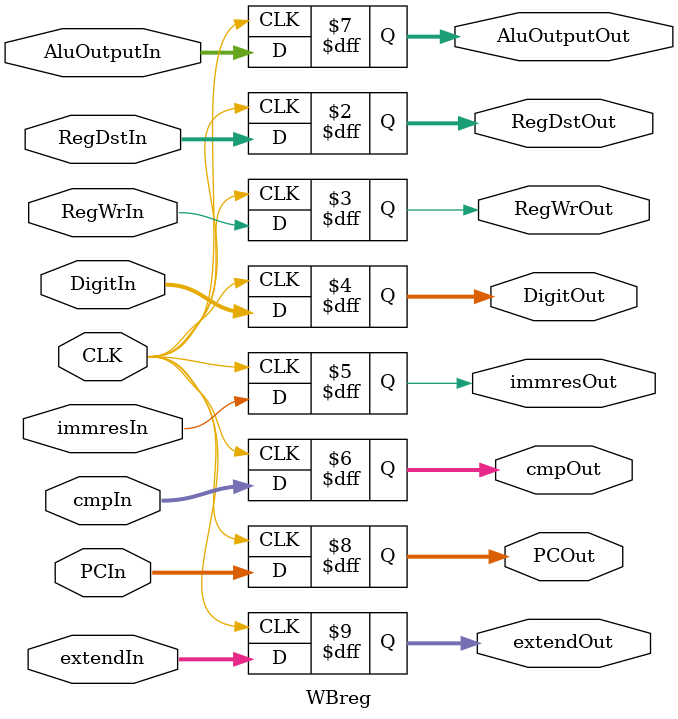
<source format=v>
`timescale 1ns / 1ps
module WBreg(
        input CLK,            //时钟脉冲
        input [1:0] RegDstIn, //Rd输入数据来源
        input  RegWrIn,       //Rd写使能信号
        input [1:0] DigitIn,  //读写位数
        input  immresIn,      //rd是否选择imm直接作为数据
        input [1:0] cmpIn,
        input [31:0] AluOutputIn,
        input [31:0] PCIn,
        input [31:0] extendIn,

        output reg[1:0] RegDstOut, //Rd输入数据来源
        output reg RegWrOut,       //Rd写使能信号
        output reg[1:0] DigitOut,  //读写位数
        output reg immresOut,      //rd是否选择imm直接作为数据
        output reg [1:0] cmpOut,
        output reg [31:0] AluOutputOut,
        output reg [31:0] PCOut,
        output reg [31:0] extendOut
    );

    always @(negedge CLK) begin
        RegDstOut <= RegDstIn;
        RegWrOut <= RegWrIn;
        DigitOut <= DigitIn;
        immresOut <= immresIn;
        cmpOut <= cmpIn;
        AluOutputOut <= AluOutputIn;
        PCOut <= PCIn;
        extendOut <= extendIn;
    end
endmodule
</source>
